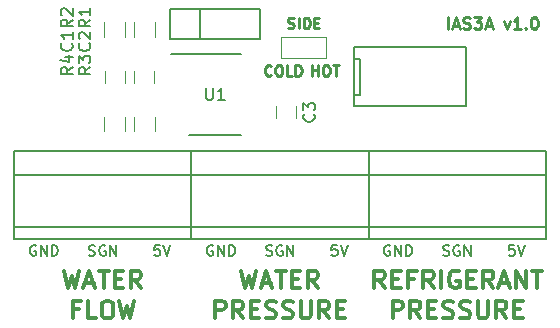
<source format=gbr>
G04 #@! TF.FileFunction,Legend,Top*
%FSLAX46Y46*%
G04 Gerber Fmt 4.6, Leading zero omitted, Abs format (unit mm)*
G04 Created by KiCad (PCBNEW 4.0.7-e2-6376~58~ubuntu16.04.1) date Wed Aug 15 22:35:47 2018*
%MOMM*%
%LPD*%
G01*
G04 APERTURE LIST*
%ADD10C,0.100000*%
%ADD11C,0.250000*%
%ADD12C,0.225000*%
%ADD13C,0.200000*%
%ADD14C,0.300000*%
%ADD15C,0.120000*%
%ADD16C,0.150000*%
G04 APERTURE END LIST*
D10*
D11*
X168238095Y-89452381D02*
X168238095Y-88452381D01*
X168666666Y-89166667D02*
X169142857Y-89166667D01*
X168571428Y-89452381D02*
X168904761Y-88452381D01*
X169238095Y-89452381D01*
X169523809Y-89404762D02*
X169666666Y-89452381D01*
X169904762Y-89452381D01*
X170000000Y-89404762D01*
X170047619Y-89357143D01*
X170095238Y-89261905D01*
X170095238Y-89166667D01*
X170047619Y-89071429D01*
X170000000Y-89023810D01*
X169904762Y-88976190D01*
X169714285Y-88928571D01*
X169619047Y-88880952D01*
X169571428Y-88833333D01*
X169523809Y-88738095D01*
X169523809Y-88642857D01*
X169571428Y-88547619D01*
X169619047Y-88500000D01*
X169714285Y-88452381D01*
X169952381Y-88452381D01*
X170095238Y-88500000D01*
X170428571Y-88452381D02*
X171047619Y-88452381D01*
X170714285Y-88833333D01*
X170857143Y-88833333D01*
X170952381Y-88880952D01*
X171000000Y-88928571D01*
X171047619Y-89023810D01*
X171047619Y-89261905D01*
X171000000Y-89357143D01*
X170952381Y-89404762D01*
X170857143Y-89452381D01*
X170571428Y-89452381D01*
X170476190Y-89404762D01*
X170428571Y-89357143D01*
X171428571Y-89166667D02*
X171904762Y-89166667D01*
X171333333Y-89452381D02*
X171666666Y-88452381D01*
X172000000Y-89452381D01*
X173000000Y-88785714D02*
X173238095Y-89452381D01*
X173476191Y-88785714D01*
X174380953Y-89452381D02*
X173809524Y-89452381D01*
X174095238Y-89452381D02*
X174095238Y-88452381D01*
X174000000Y-88595238D01*
X173904762Y-88690476D01*
X173809524Y-88738095D01*
X174809524Y-89357143D02*
X174857143Y-89404762D01*
X174809524Y-89452381D01*
X174761905Y-89404762D01*
X174809524Y-89357143D01*
X174809524Y-89452381D01*
X175476190Y-88452381D02*
X175571429Y-88452381D01*
X175666667Y-88500000D01*
X175714286Y-88547619D01*
X175761905Y-88642857D01*
X175809524Y-88833333D01*
X175809524Y-89071429D01*
X175761905Y-89261905D01*
X175714286Y-89357143D01*
X175666667Y-89404762D01*
X175571429Y-89452381D01*
X175476190Y-89452381D01*
X175380952Y-89404762D01*
X175333333Y-89357143D01*
X175285714Y-89261905D01*
X175238095Y-89071429D01*
X175238095Y-88833333D01*
X175285714Y-88642857D01*
X175333333Y-88547619D01*
X175380952Y-88500000D01*
X175476190Y-88452381D01*
D12*
X154671429Y-89364286D02*
X154800000Y-89407143D01*
X155014286Y-89407143D01*
X155100000Y-89364286D01*
X155142857Y-89321429D01*
X155185714Y-89235714D01*
X155185714Y-89150000D01*
X155142857Y-89064286D01*
X155100000Y-89021429D01*
X155014286Y-88978571D01*
X154842857Y-88935714D01*
X154757143Y-88892857D01*
X154714286Y-88850000D01*
X154671429Y-88764286D01*
X154671429Y-88678571D01*
X154714286Y-88592857D01*
X154757143Y-88550000D01*
X154842857Y-88507143D01*
X155057143Y-88507143D01*
X155185714Y-88550000D01*
X155571429Y-89407143D02*
X155571429Y-88507143D01*
X156000000Y-89407143D02*
X156000000Y-88507143D01*
X156214285Y-88507143D01*
X156342857Y-88550000D01*
X156428571Y-88635714D01*
X156471428Y-88721429D01*
X156514285Y-88892857D01*
X156514285Y-89021429D01*
X156471428Y-89192857D01*
X156428571Y-89278571D01*
X156342857Y-89364286D01*
X156214285Y-89407143D01*
X156000000Y-89407143D01*
X156900000Y-88935714D02*
X157200000Y-88935714D01*
X157328571Y-89407143D02*
X156900000Y-89407143D01*
X156900000Y-88507143D01*
X157328571Y-88507143D01*
X156714286Y-93407143D02*
X156714286Y-92507143D01*
X156714286Y-92935714D02*
X157228571Y-92935714D01*
X157228571Y-93407143D02*
X157228571Y-92507143D01*
X157828571Y-92507143D02*
X158000000Y-92507143D01*
X158085714Y-92550000D01*
X158171428Y-92635714D01*
X158214286Y-92807143D01*
X158214286Y-93107143D01*
X158171428Y-93278571D01*
X158085714Y-93364286D01*
X158000000Y-93407143D01*
X157828571Y-93407143D01*
X157742857Y-93364286D01*
X157657143Y-93278571D01*
X157614286Y-93107143D01*
X157614286Y-92807143D01*
X157657143Y-92635714D01*
X157742857Y-92550000D01*
X157828571Y-92507143D01*
X158471428Y-92507143D02*
X158985714Y-92507143D01*
X158728571Y-93407143D02*
X158728571Y-92507143D01*
X153257143Y-93321429D02*
X153214286Y-93364286D01*
X153085715Y-93407143D01*
X153000001Y-93407143D01*
X152871429Y-93364286D01*
X152785715Y-93278571D01*
X152742858Y-93192857D01*
X152700001Y-93021429D01*
X152700001Y-92892857D01*
X152742858Y-92721429D01*
X152785715Y-92635714D01*
X152871429Y-92550000D01*
X153000001Y-92507143D01*
X153085715Y-92507143D01*
X153214286Y-92550000D01*
X153257143Y-92592857D01*
X153814286Y-92507143D02*
X153985715Y-92507143D01*
X154071429Y-92550000D01*
X154157143Y-92635714D01*
X154200001Y-92807143D01*
X154200001Y-93107143D01*
X154157143Y-93278571D01*
X154071429Y-93364286D01*
X153985715Y-93407143D01*
X153814286Y-93407143D01*
X153728572Y-93364286D01*
X153642858Y-93278571D01*
X153600001Y-93107143D01*
X153600001Y-92807143D01*
X153642858Y-92635714D01*
X153728572Y-92550000D01*
X153814286Y-92507143D01*
X155014286Y-93407143D02*
X154585715Y-93407143D01*
X154585715Y-92507143D01*
X155314286Y-93407143D02*
X155314286Y-92507143D01*
X155528571Y-92507143D01*
X155657143Y-92550000D01*
X155742857Y-92635714D01*
X155785714Y-92721429D01*
X155828571Y-92892857D01*
X155828571Y-93021429D01*
X155785714Y-93192857D01*
X155742857Y-93278571D01*
X155657143Y-93364286D01*
X155528571Y-93407143D01*
X155314286Y-93407143D01*
D13*
X173828571Y-107757143D02*
X173400000Y-107757143D01*
X173357143Y-108185714D01*
X173400000Y-108142857D01*
X173485714Y-108100000D01*
X173700000Y-108100000D01*
X173785714Y-108142857D01*
X173828571Y-108185714D01*
X173871428Y-108271429D01*
X173871428Y-108485714D01*
X173828571Y-108571429D01*
X173785714Y-108614286D01*
X173700000Y-108657143D01*
X173485714Y-108657143D01*
X173400000Y-108614286D01*
X173357143Y-108571429D01*
X174128571Y-107757143D02*
X174428571Y-108657143D01*
X174728571Y-107757143D01*
X158828571Y-107757143D02*
X158400000Y-107757143D01*
X158357143Y-108185714D01*
X158400000Y-108142857D01*
X158485714Y-108100000D01*
X158700000Y-108100000D01*
X158785714Y-108142857D01*
X158828571Y-108185714D01*
X158871428Y-108271429D01*
X158871428Y-108485714D01*
X158828571Y-108571429D01*
X158785714Y-108614286D01*
X158700000Y-108657143D01*
X158485714Y-108657143D01*
X158400000Y-108614286D01*
X158357143Y-108571429D01*
X159128571Y-107757143D02*
X159428571Y-108657143D01*
X159728571Y-107757143D01*
X167821429Y-108614286D02*
X167950000Y-108657143D01*
X168164286Y-108657143D01*
X168250000Y-108614286D01*
X168292857Y-108571429D01*
X168335714Y-108485714D01*
X168335714Y-108400000D01*
X168292857Y-108314286D01*
X168250000Y-108271429D01*
X168164286Y-108228571D01*
X167992857Y-108185714D01*
X167907143Y-108142857D01*
X167864286Y-108100000D01*
X167821429Y-108014286D01*
X167821429Y-107928571D01*
X167864286Y-107842857D01*
X167907143Y-107800000D01*
X167992857Y-107757143D01*
X168207143Y-107757143D01*
X168335714Y-107800000D01*
X169192857Y-107800000D02*
X169107143Y-107757143D01*
X168978572Y-107757143D01*
X168850000Y-107800000D01*
X168764286Y-107885714D01*
X168721429Y-107971429D01*
X168678572Y-108142857D01*
X168678572Y-108271429D01*
X168721429Y-108442857D01*
X168764286Y-108528571D01*
X168850000Y-108614286D01*
X168978572Y-108657143D01*
X169064286Y-108657143D01*
X169192857Y-108614286D01*
X169235714Y-108571429D01*
X169235714Y-108271429D01*
X169064286Y-108271429D01*
X169621429Y-108657143D02*
X169621429Y-107757143D01*
X170135714Y-108657143D01*
X170135714Y-107757143D01*
X152821429Y-108614286D02*
X152950000Y-108657143D01*
X153164286Y-108657143D01*
X153250000Y-108614286D01*
X153292857Y-108571429D01*
X153335714Y-108485714D01*
X153335714Y-108400000D01*
X153292857Y-108314286D01*
X153250000Y-108271429D01*
X153164286Y-108228571D01*
X152992857Y-108185714D01*
X152907143Y-108142857D01*
X152864286Y-108100000D01*
X152821429Y-108014286D01*
X152821429Y-107928571D01*
X152864286Y-107842857D01*
X152907143Y-107800000D01*
X152992857Y-107757143D01*
X153207143Y-107757143D01*
X153335714Y-107800000D01*
X154192857Y-107800000D02*
X154107143Y-107757143D01*
X153978572Y-107757143D01*
X153850000Y-107800000D01*
X153764286Y-107885714D01*
X153721429Y-107971429D01*
X153678572Y-108142857D01*
X153678572Y-108271429D01*
X153721429Y-108442857D01*
X153764286Y-108528571D01*
X153850000Y-108614286D01*
X153978572Y-108657143D01*
X154064286Y-108657143D01*
X154192857Y-108614286D01*
X154235714Y-108571429D01*
X154235714Y-108271429D01*
X154064286Y-108271429D01*
X154621429Y-108657143D02*
X154621429Y-107757143D01*
X155135714Y-108657143D01*
X155135714Y-107757143D01*
X163314286Y-107800000D02*
X163228572Y-107757143D01*
X163100001Y-107757143D01*
X162971429Y-107800000D01*
X162885715Y-107885714D01*
X162842858Y-107971429D01*
X162800001Y-108142857D01*
X162800001Y-108271429D01*
X162842858Y-108442857D01*
X162885715Y-108528571D01*
X162971429Y-108614286D01*
X163100001Y-108657143D01*
X163185715Y-108657143D01*
X163314286Y-108614286D01*
X163357143Y-108571429D01*
X163357143Y-108271429D01*
X163185715Y-108271429D01*
X163742858Y-108657143D02*
X163742858Y-107757143D01*
X164257143Y-108657143D01*
X164257143Y-107757143D01*
X164685715Y-108657143D02*
X164685715Y-107757143D01*
X164900000Y-107757143D01*
X165028572Y-107800000D01*
X165114286Y-107885714D01*
X165157143Y-107971429D01*
X165200000Y-108142857D01*
X165200000Y-108271429D01*
X165157143Y-108442857D01*
X165114286Y-108528571D01*
X165028572Y-108614286D01*
X164900000Y-108657143D01*
X164685715Y-108657143D01*
X148314286Y-107800000D02*
X148228572Y-107757143D01*
X148100001Y-107757143D01*
X147971429Y-107800000D01*
X147885715Y-107885714D01*
X147842858Y-107971429D01*
X147800001Y-108142857D01*
X147800001Y-108271429D01*
X147842858Y-108442857D01*
X147885715Y-108528571D01*
X147971429Y-108614286D01*
X148100001Y-108657143D01*
X148185715Y-108657143D01*
X148314286Y-108614286D01*
X148357143Y-108571429D01*
X148357143Y-108271429D01*
X148185715Y-108271429D01*
X148742858Y-108657143D02*
X148742858Y-107757143D01*
X149257143Y-108657143D01*
X149257143Y-107757143D01*
X149685715Y-108657143D02*
X149685715Y-107757143D01*
X149900000Y-107757143D01*
X150028572Y-107800000D01*
X150114286Y-107885714D01*
X150157143Y-107971429D01*
X150200000Y-108142857D01*
X150200000Y-108271429D01*
X150157143Y-108442857D01*
X150114286Y-108528571D01*
X150028572Y-108614286D01*
X149900000Y-108657143D01*
X149685715Y-108657143D01*
X143828571Y-107757143D02*
X143400000Y-107757143D01*
X143357143Y-108185714D01*
X143400000Y-108142857D01*
X143485714Y-108100000D01*
X143700000Y-108100000D01*
X143785714Y-108142857D01*
X143828571Y-108185714D01*
X143871428Y-108271429D01*
X143871428Y-108485714D01*
X143828571Y-108571429D01*
X143785714Y-108614286D01*
X143700000Y-108657143D01*
X143485714Y-108657143D01*
X143400000Y-108614286D01*
X143357143Y-108571429D01*
X144128571Y-107757143D02*
X144428571Y-108657143D01*
X144728571Y-107757143D01*
X137821429Y-108614286D02*
X137950000Y-108657143D01*
X138164286Y-108657143D01*
X138250000Y-108614286D01*
X138292857Y-108571429D01*
X138335714Y-108485714D01*
X138335714Y-108400000D01*
X138292857Y-108314286D01*
X138250000Y-108271429D01*
X138164286Y-108228571D01*
X137992857Y-108185714D01*
X137907143Y-108142857D01*
X137864286Y-108100000D01*
X137821429Y-108014286D01*
X137821429Y-107928571D01*
X137864286Y-107842857D01*
X137907143Y-107800000D01*
X137992857Y-107757143D01*
X138207143Y-107757143D01*
X138335714Y-107800000D01*
X139192857Y-107800000D02*
X139107143Y-107757143D01*
X138978572Y-107757143D01*
X138850000Y-107800000D01*
X138764286Y-107885714D01*
X138721429Y-107971429D01*
X138678572Y-108142857D01*
X138678572Y-108271429D01*
X138721429Y-108442857D01*
X138764286Y-108528571D01*
X138850000Y-108614286D01*
X138978572Y-108657143D01*
X139064286Y-108657143D01*
X139192857Y-108614286D01*
X139235714Y-108571429D01*
X139235714Y-108271429D01*
X139064286Y-108271429D01*
X139621429Y-108657143D02*
X139621429Y-107757143D01*
X140135714Y-108657143D01*
X140135714Y-107757143D01*
X133314286Y-107800000D02*
X133228572Y-107757143D01*
X133100001Y-107757143D01*
X132971429Y-107800000D01*
X132885715Y-107885714D01*
X132842858Y-107971429D01*
X132800001Y-108142857D01*
X132800001Y-108271429D01*
X132842858Y-108442857D01*
X132885715Y-108528571D01*
X132971429Y-108614286D01*
X133100001Y-108657143D01*
X133185715Y-108657143D01*
X133314286Y-108614286D01*
X133357143Y-108571429D01*
X133357143Y-108271429D01*
X133185715Y-108271429D01*
X133742858Y-108657143D02*
X133742858Y-107757143D01*
X134257143Y-108657143D01*
X134257143Y-107757143D01*
X134685715Y-108657143D02*
X134685715Y-107757143D01*
X134900000Y-107757143D01*
X135028572Y-107800000D01*
X135114286Y-107885714D01*
X135157143Y-107971429D01*
X135200000Y-108142857D01*
X135200000Y-108271429D01*
X135157143Y-108442857D01*
X135114286Y-108528571D01*
X135028572Y-108614286D01*
X134900000Y-108657143D01*
X134685715Y-108657143D01*
D14*
X162857143Y-111403571D02*
X162357143Y-110689286D01*
X162000000Y-111403571D02*
X162000000Y-109903571D01*
X162571428Y-109903571D01*
X162714286Y-109975000D01*
X162785714Y-110046429D01*
X162857143Y-110189286D01*
X162857143Y-110403571D01*
X162785714Y-110546429D01*
X162714286Y-110617857D01*
X162571428Y-110689286D01*
X162000000Y-110689286D01*
X163500000Y-110617857D02*
X164000000Y-110617857D01*
X164214286Y-111403571D02*
X163500000Y-111403571D01*
X163500000Y-109903571D01*
X164214286Y-109903571D01*
X165357143Y-110617857D02*
X164857143Y-110617857D01*
X164857143Y-111403571D02*
X164857143Y-109903571D01*
X165571429Y-109903571D01*
X167000000Y-111403571D02*
X166500000Y-110689286D01*
X166142857Y-111403571D02*
X166142857Y-109903571D01*
X166714285Y-109903571D01*
X166857143Y-109975000D01*
X166928571Y-110046429D01*
X167000000Y-110189286D01*
X167000000Y-110403571D01*
X166928571Y-110546429D01*
X166857143Y-110617857D01*
X166714285Y-110689286D01*
X166142857Y-110689286D01*
X167642857Y-111403571D02*
X167642857Y-109903571D01*
X169142857Y-109975000D02*
X169000000Y-109903571D01*
X168785714Y-109903571D01*
X168571429Y-109975000D01*
X168428571Y-110117857D01*
X168357143Y-110260714D01*
X168285714Y-110546429D01*
X168285714Y-110760714D01*
X168357143Y-111046429D01*
X168428571Y-111189286D01*
X168571429Y-111332143D01*
X168785714Y-111403571D01*
X168928571Y-111403571D01*
X169142857Y-111332143D01*
X169214286Y-111260714D01*
X169214286Y-110760714D01*
X168928571Y-110760714D01*
X169857143Y-110617857D02*
X170357143Y-110617857D01*
X170571429Y-111403571D02*
X169857143Y-111403571D01*
X169857143Y-109903571D01*
X170571429Y-109903571D01*
X172071429Y-111403571D02*
X171571429Y-110689286D01*
X171214286Y-111403571D02*
X171214286Y-109903571D01*
X171785714Y-109903571D01*
X171928572Y-109975000D01*
X172000000Y-110046429D01*
X172071429Y-110189286D01*
X172071429Y-110403571D01*
X172000000Y-110546429D01*
X171928572Y-110617857D01*
X171785714Y-110689286D01*
X171214286Y-110689286D01*
X172642857Y-110975000D02*
X173357143Y-110975000D01*
X172500000Y-111403571D02*
X173000000Y-109903571D01*
X173500000Y-111403571D01*
X174000000Y-111403571D02*
X174000000Y-109903571D01*
X174857143Y-111403571D01*
X174857143Y-109903571D01*
X175357143Y-109903571D02*
X176214286Y-109903571D01*
X175785715Y-111403571D02*
X175785715Y-109903571D01*
X163535715Y-113953571D02*
X163535715Y-112453571D01*
X164107143Y-112453571D01*
X164250001Y-112525000D01*
X164321429Y-112596429D01*
X164392858Y-112739286D01*
X164392858Y-112953571D01*
X164321429Y-113096429D01*
X164250001Y-113167857D01*
X164107143Y-113239286D01*
X163535715Y-113239286D01*
X165892858Y-113953571D02*
X165392858Y-113239286D01*
X165035715Y-113953571D02*
X165035715Y-112453571D01*
X165607143Y-112453571D01*
X165750001Y-112525000D01*
X165821429Y-112596429D01*
X165892858Y-112739286D01*
X165892858Y-112953571D01*
X165821429Y-113096429D01*
X165750001Y-113167857D01*
X165607143Y-113239286D01*
X165035715Y-113239286D01*
X166535715Y-113167857D02*
X167035715Y-113167857D01*
X167250001Y-113953571D02*
X166535715Y-113953571D01*
X166535715Y-112453571D01*
X167250001Y-112453571D01*
X167821429Y-113882143D02*
X168035715Y-113953571D01*
X168392858Y-113953571D01*
X168535715Y-113882143D01*
X168607144Y-113810714D01*
X168678572Y-113667857D01*
X168678572Y-113525000D01*
X168607144Y-113382143D01*
X168535715Y-113310714D01*
X168392858Y-113239286D01*
X168107144Y-113167857D01*
X167964286Y-113096429D01*
X167892858Y-113025000D01*
X167821429Y-112882143D01*
X167821429Y-112739286D01*
X167892858Y-112596429D01*
X167964286Y-112525000D01*
X168107144Y-112453571D01*
X168464286Y-112453571D01*
X168678572Y-112525000D01*
X169250000Y-113882143D02*
X169464286Y-113953571D01*
X169821429Y-113953571D01*
X169964286Y-113882143D01*
X170035715Y-113810714D01*
X170107143Y-113667857D01*
X170107143Y-113525000D01*
X170035715Y-113382143D01*
X169964286Y-113310714D01*
X169821429Y-113239286D01*
X169535715Y-113167857D01*
X169392857Y-113096429D01*
X169321429Y-113025000D01*
X169250000Y-112882143D01*
X169250000Y-112739286D01*
X169321429Y-112596429D01*
X169392857Y-112525000D01*
X169535715Y-112453571D01*
X169892857Y-112453571D01*
X170107143Y-112525000D01*
X170750000Y-112453571D02*
X170750000Y-113667857D01*
X170821428Y-113810714D01*
X170892857Y-113882143D01*
X171035714Y-113953571D01*
X171321428Y-113953571D01*
X171464286Y-113882143D01*
X171535714Y-113810714D01*
X171607143Y-113667857D01*
X171607143Y-112453571D01*
X173178572Y-113953571D02*
X172678572Y-113239286D01*
X172321429Y-113953571D02*
X172321429Y-112453571D01*
X172892857Y-112453571D01*
X173035715Y-112525000D01*
X173107143Y-112596429D01*
X173178572Y-112739286D01*
X173178572Y-112953571D01*
X173107143Y-113096429D01*
X173035715Y-113167857D01*
X172892857Y-113239286D01*
X172321429Y-113239286D01*
X173821429Y-113167857D02*
X174321429Y-113167857D01*
X174535715Y-113953571D02*
X173821429Y-113953571D01*
X173821429Y-112453571D01*
X174535715Y-112453571D01*
X150714286Y-109903571D02*
X151071429Y-111403571D01*
X151357143Y-110332143D01*
X151642857Y-111403571D01*
X152000000Y-109903571D01*
X152500000Y-110975000D02*
X153214286Y-110975000D01*
X152357143Y-111403571D02*
X152857143Y-109903571D01*
X153357143Y-111403571D01*
X153642857Y-109903571D02*
X154500000Y-109903571D01*
X154071429Y-111403571D02*
X154071429Y-109903571D01*
X155000000Y-110617857D02*
X155500000Y-110617857D01*
X155714286Y-111403571D02*
X155000000Y-111403571D01*
X155000000Y-109903571D01*
X155714286Y-109903571D01*
X157214286Y-111403571D02*
X156714286Y-110689286D01*
X156357143Y-111403571D02*
X156357143Y-109903571D01*
X156928571Y-109903571D01*
X157071429Y-109975000D01*
X157142857Y-110046429D01*
X157214286Y-110189286D01*
X157214286Y-110403571D01*
X157142857Y-110546429D01*
X157071429Y-110617857D01*
X156928571Y-110689286D01*
X156357143Y-110689286D01*
X148535715Y-113953571D02*
X148535715Y-112453571D01*
X149107143Y-112453571D01*
X149250001Y-112525000D01*
X149321429Y-112596429D01*
X149392858Y-112739286D01*
X149392858Y-112953571D01*
X149321429Y-113096429D01*
X149250001Y-113167857D01*
X149107143Y-113239286D01*
X148535715Y-113239286D01*
X150892858Y-113953571D02*
X150392858Y-113239286D01*
X150035715Y-113953571D02*
X150035715Y-112453571D01*
X150607143Y-112453571D01*
X150750001Y-112525000D01*
X150821429Y-112596429D01*
X150892858Y-112739286D01*
X150892858Y-112953571D01*
X150821429Y-113096429D01*
X150750001Y-113167857D01*
X150607143Y-113239286D01*
X150035715Y-113239286D01*
X151535715Y-113167857D02*
X152035715Y-113167857D01*
X152250001Y-113953571D02*
X151535715Y-113953571D01*
X151535715Y-112453571D01*
X152250001Y-112453571D01*
X152821429Y-113882143D02*
X153035715Y-113953571D01*
X153392858Y-113953571D01*
X153535715Y-113882143D01*
X153607144Y-113810714D01*
X153678572Y-113667857D01*
X153678572Y-113525000D01*
X153607144Y-113382143D01*
X153535715Y-113310714D01*
X153392858Y-113239286D01*
X153107144Y-113167857D01*
X152964286Y-113096429D01*
X152892858Y-113025000D01*
X152821429Y-112882143D01*
X152821429Y-112739286D01*
X152892858Y-112596429D01*
X152964286Y-112525000D01*
X153107144Y-112453571D01*
X153464286Y-112453571D01*
X153678572Y-112525000D01*
X154250000Y-113882143D02*
X154464286Y-113953571D01*
X154821429Y-113953571D01*
X154964286Y-113882143D01*
X155035715Y-113810714D01*
X155107143Y-113667857D01*
X155107143Y-113525000D01*
X155035715Y-113382143D01*
X154964286Y-113310714D01*
X154821429Y-113239286D01*
X154535715Y-113167857D01*
X154392857Y-113096429D01*
X154321429Y-113025000D01*
X154250000Y-112882143D01*
X154250000Y-112739286D01*
X154321429Y-112596429D01*
X154392857Y-112525000D01*
X154535715Y-112453571D01*
X154892857Y-112453571D01*
X155107143Y-112525000D01*
X155750000Y-112453571D02*
X155750000Y-113667857D01*
X155821428Y-113810714D01*
X155892857Y-113882143D01*
X156035714Y-113953571D01*
X156321428Y-113953571D01*
X156464286Y-113882143D01*
X156535714Y-113810714D01*
X156607143Y-113667857D01*
X156607143Y-112453571D01*
X158178572Y-113953571D02*
X157678572Y-113239286D01*
X157321429Y-113953571D02*
X157321429Y-112453571D01*
X157892857Y-112453571D01*
X158035715Y-112525000D01*
X158107143Y-112596429D01*
X158178572Y-112739286D01*
X158178572Y-112953571D01*
X158107143Y-113096429D01*
X158035715Y-113167857D01*
X157892857Y-113239286D01*
X157321429Y-113239286D01*
X158821429Y-113167857D02*
X159321429Y-113167857D01*
X159535715Y-113953571D02*
X158821429Y-113953571D01*
X158821429Y-112453571D01*
X159535715Y-112453571D01*
X135714286Y-109903571D02*
X136071429Y-111403571D01*
X136357143Y-110332143D01*
X136642857Y-111403571D01*
X137000000Y-109903571D01*
X137500000Y-110975000D02*
X138214286Y-110975000D01*
X137357143Y-111403571D02*
X137857143Y-109903571D01*
X138357143Y-111403571D01*
X138642857Y-109903571D02*
X139500000Y-109903571D01*
X139071429Y-111403571D02*
X139071429Y-109903571D01*
X140000000Y-110617857D02*
X140500000Y-110617857D01*
X140714286Y-111403571D02*
X140000000Y-111403571D01*
X140000000Y-109903571D01*
X140714286Y-109903571D01*
X142214286Y-111403571D02*
X141714286Y-110689286D01*
X141357143Y-111403571D02*
X141357143Y-109903571D01*
X141928571Y-109903571D01*
X142071429Y-109975000D01*
X142142857Y-110046429D01*
X142214286Y-110189286D01*
X142214286Y-110403571D01*
X142142857Y-110546429D01*
X142071429Y-110617857D01*
X141928571Y-110689286D01*
X141357143Y-110689286D01*
X136964286Y-113167857D02*
X136464286Y-113167857D01*
X136464286Y-113953571D02*
X136464286Y-112453571D01*
X137178572Y-112453571D01*
X138464286Y-113953571D02*
X137750000Y-113953571D01*
X137750000Y-112453571D01*
X139250000Y-112453571D02*
X139535714Y-112453571D01*
X139678572Y-112525000D01*
X139821429Y-112667857D01*
X139892857Y-112953571D01*
X139892857Y-113453571D01*
X139821429Y-113739286D01*
X139678572Y-113882143D01*
X139535714Y-113953571D01*
X139250000Y-113953571D01*
X139107143Y-113882143D01*
X138964286Y-113739286D01*
X138892857Y-113453571D01*
X138892857Y-112953571D01*
X138964286Y-112667857D01*
X139107143Y-112525000D01*
X139250000Y-112453571D01*
X140392858Y-112453571D02*
X140750001Y-113953571D01*
X141035715Y-112882143D01*
X141321429Y-113953571D01*
X141678572Y-112453571D01*
D15*
X139150000Y-93000000D02*
X139150000Y-94000000D01*
X140850000Y-94000000D02*
X140850000Y-93000000D01*
X141650000Y-93000000D02*
X141650000Y-94000000D01*
X143350000Y-94000000D02*
X143350000Y-93000000D01*
X155350000Y-97000000D02*
X155350000Y-96000000D01*
X153650000Y-96000000D02*
X153650000Y-97000000D01*
D16*
X131500000Y-106200000D02*
X146500000Y-106200000D01*
X131500000Y-101800000D02*
X146500000Y-101800000D01*
X131500000Y-107200000D02*
X131500000Y-99800000D01*
X146500000Y-107200000D02*
X131500000Y-107200000D01*
X146500000Y-99800000D02*
X146500000Y-107200000D01*
X131500000Y-99800000D02*
X146500000Y-99800000D01*
X146500000Y-106200000D02*
X161500000Y-106200000D01*
X146500000Y-101800000D02*
X161500000Y-101800000D01*
X146500000Y-107200000D02*
X146500000Y-99800000D01*
X161500000Y-107200000D02*
X146500000Y-107200000D01*
X161500000Y-99800000D02*
X161500000Y-107200000D01*
X146500000Y-99800000D02*
X161500000Y-99800000D01*
X161500000Y-106200000D02*
X176500000Y-106200000D01*
X161500000Y-101800000D02*
X176500000Y-101800000D01*
X161500000Y-107200000D02*
X161500000Y-99800000D01*
X176500000Y-107200000D02*
X161500000Y-107200000D01*
X176500000Y-99800000D02*
X176500000Y-107200000D01*
X161500000Y-99800000D02*
X176500000Y-99800000D01*
D15*
X143380000Y-88900000D02*
X143380000Y-90100000D01*
X141620000Y-90100000D02*
X141620000Y-88900000D01*
X140880000Y-88900000D02*
X140880000Y-90100000D01*
X139120000Y-90100000D02*
X139120000Y-88900000D01*
X143380000Y-96900000D02*
X143380000Y-98100000D01*
X141620000Y-98100000D02*
X141620000Y-96900000D01*
X140880000Y-96900000D02*
X140880000Y-98100000D01*
X139120000Y-98100000D02*
X139120000Y-96900000D01*
D16*
X146275000Y-98450000D02*
X150725000Y-98450000D01*
X144750000Y-91550000D02*
X150725000Y-91550000D01*
X160250000Y-91000000D02*
X169750000Y-91000000D01*
X160250000Y-96000000D02*
X169750000Y-96000000D01*
X160250000Y-91000000D02*
X160250000Y-96000000D01*
X169750000Y-91000000D02*
X169750000Y-96000000D01*
X160250000Y-92000000D02*
X160750000Y-92000000D01*
X160750000Y-92000000D02*
X160750000Y-95000000D01*
X160250000Y-95000000D02*
X160750000Y-95000000D01*
X147230000Y-87730000D02*
X147230000Y-90270000D01*
X144690000Y-87730000D02*
X152310000Y-87730000D01*
X152310000Y-87730000D02*
X152310000Y-90270000D01*
X152310000Y-90270000D02*
X144690000Y-90270000D01*
X144690000Y-90270000D02*
X144690000Y-87730000D01*
D15*
X154090000Y-91890000D02*
X157910000Y-91890000D01*
X157910000Y-91890000D02*
X157910000Y-90110000D01*
X157910000Y-90110000D02*
X154090000Y-90110000D01*
X154090000Y-91890000D02*
X154090000Y-90110000D01*
D16*
X136357143Y-90666666D02*
X136404762Y-90714285D01*
X136452381Y-90857142D01*
X136452381Y-90952380D01*
X136404762Y-91095238D01*
X136309524Y-91190476D01*
X136214286Y-91238095D01*
X136023810Y-91285714D01*
X135880952Y-91285714D01*
X135690476Y-91238095D01*
X135595238Y-91190476D01*
X135500000Y-91095238D01*
X135452381Y-90952380D01*
X135452381Y-90857142D01*
X135500000Y-90714285D01*
X135547619Y-90666666D01*
X136452381Y-89714285D02*
X136452381Y-90285714D01*
X136452381Y-90000000D02*
X135452381Y-90000000D01*
X135595238Y-90095238D01*
X135690476Y-90190476D01*
X135738095Y-90285714D01*
X137857143Y-90666666D02*
X137904762Y-90714285D01*
X137952381Y-90857142D01*
X137952381Y-90952380D01*
X137904762Y-91095238D01*
X137809524Y-91190476D01*
X137714286Y-91238095D01*
X137523810Y-91285714D01*
X137380952Y-91285714D01*
X137190476Y-91238095D01*
X137095238Y-91190476D01*
X137000000Y-91095238D01*
X136952381Y-90952380D01*
X136952381Y-90857142D01*
X137000000Y-90714285D01*
X137047619Y-90666666D01*
X137047619Y-90285714D02*
X137000000Y-90238095D01*
X136952381Y-90142857D01*
X136952381Y-89904761D01*
X137000000Y-89809523D01*
X137047619Y-89761904D01*
X137142857Y-89714285D01*
X137238095Y-89714285D01*
X137380952Y-89761904D01*
X137952381Y-90333333D01*
X137952381Y-89714285D01*
X156857143Y-96666666D02*
X156904762Y-96714285D01*
X156952381Y-96857142D01*
X156952381Y-96952380D01*
X156904762Y-97095238D01*
X156809524Y-97190476D01*
X156714286Y-97238095D01*
X156523810Y-97285714D01*
X156380952Y-97285714D01*
X156190476Y-97238095D01*
X156095238Y-97190476D01*
X156000000Y-97095238D01*
X155952381Y-96952380D01*
X155952381Y-96857142D01*
X156000000Y-96714285D01*
X156047619Y-96666666D01*
X155952381Y-96333333D02*
X155952381Y-95714285D01*
X156333333Y-96047619D01*
X156333333Y-95904761D01*
X156380952Y-95809523D01*
X156428571Y-95761904D01*
X156523810Y-95714285D01*
X156761905Y-95714285D01*
X156857143Y-95761904D01*
X156904762Y-95809523D01*
X156952381Y-95904761D01*
X156952381Y-96190476D01*
X156904762Y-96285714D01*
X156857143Y-96333333D01*
X137952381Y-88666666D02*
X137476190Y-89000000D01*
X137952381Y-89238095D02*
X136952381Y-89238095D01*
X136952381Y-88857142D01*
X137000000Y-88761904D01*
X137047619Y-88714285D01*
X137142857Y-88666666D01*
X137285714Y-88666666D01*
X137380952Y-88714285D01*
X137428571Y-88761904D01*
X137476190Y-88857142D01*
X137476190Y-89238095D01*
X137952381Y-87714285D02*
X137952381Y-88285714D01*
X137952381Y-88000000D02*
X136952381Y-88000000D01*
X137095238Y-88095238D01*
X137190476Y-88190476D01*
X137238095Y-88285714D01*
X136452381Y-88666666D02*
X135976190Y-89000000D01*
X136452381Y-89238095D02*
X135452381Y-89238095D01*
X135452381Y-88857142D01*
X135500000Y-88761904D01*
X135547619Y-88714285D01*
X135642857Y-88666666D01*
X135785714Y-88666666D01*
X135880952Y-88714285D01*
X135928571Y-88761904D01*
X135976190Y-88857142D01*
X135976190Y-89238095D01*
X135547619Y-88285714D02*
X135500000Y-88238095D01*
X135452381Y-88142857D01*
X135452381Y-87904761D01*
X135500000Y-87809523D01*
X135547619Y-87761904D01*
X135642857Y-87714285D01*
X135738095Y-87714285D01*
X135880952Y-87761904D01*
X136452381Y-88333333D01*
X136452381Y-87714285D01*
X137952381Y-92666666D02*
X137476190Y-93000000D01*
X137952381Y-93238095D02*
X136952381Y-93238095D01*
X136952381Y-92857142D01*
X137000000Y-92761904D01*
X137047619Y-92714285D01*
X137142857Y-92666666D01*
X137285714Y-92666666D01*
X137380952Y-92714285D01*
X137428571Y-92761904D01*
X137476190Y-92857142D01*
X137476190Y-93238095D01*
X136952381Y-92333333D02*
X136952381Y-91714285D01*
X137333333Y-92047619D01*
X137333333Y-91904761D01*
X137380952Y-91809523D01*
X137428571Y-91761904D01*
X137523810Y-91714285D01*
X137761905Y-91714285D01*
X137857143Y-91761904D01*
X137904762Y-91809523D01*
X137952381Y-91904761D01*
X137952381Y-92190476D01*
X137904762Y-92285714D01*
X137857143Y-92333333D01*
X136452381Y-92666666D02*
X135976190Y-93000000D01*
X136452381Y-93238095D02*
X135452381Y-93238095D01*
X135452381Y-92857142D01*
X135500000Y-92761904D01*
X135547619Y-92714285D01*
X135642857Y-92666666D01*
X135785714Y-92666666D01*
X135880952Y-92714285D01*
X135928571Y-92761904D01*
X135976190Y-92857142D01*
X135976190Y-93238095D01*
X135785714Y-91809523D02*
X136452381Y-91809523D01*
X135404762Y-92047619D02*
X136119048Y-92285714D01*
X136119048Y-91666666D01*
X147738095Y-94452381D02*
X147738095Y-95261905D01*
X147785714Y-95357143D01*
X147833333Y-95404762D01*
X147928571Y-95452381D01*
X148119048Y-95452381D01*
X148214286Y-95404762D01*
X148261905Y-95357143D01*
X148309524Y-95261905D01*
X148309524Y-94452381D01*
X149309524Y-95452381D02*
X148738095Y-95452381D01*
X149023809Y-95452381D02*
X149023809Y-94452381D01*
X148928571Y-94595238D01*
X148833333Y-94690476D01*
X148738095Y-94738095D01*
M02*

</source>
